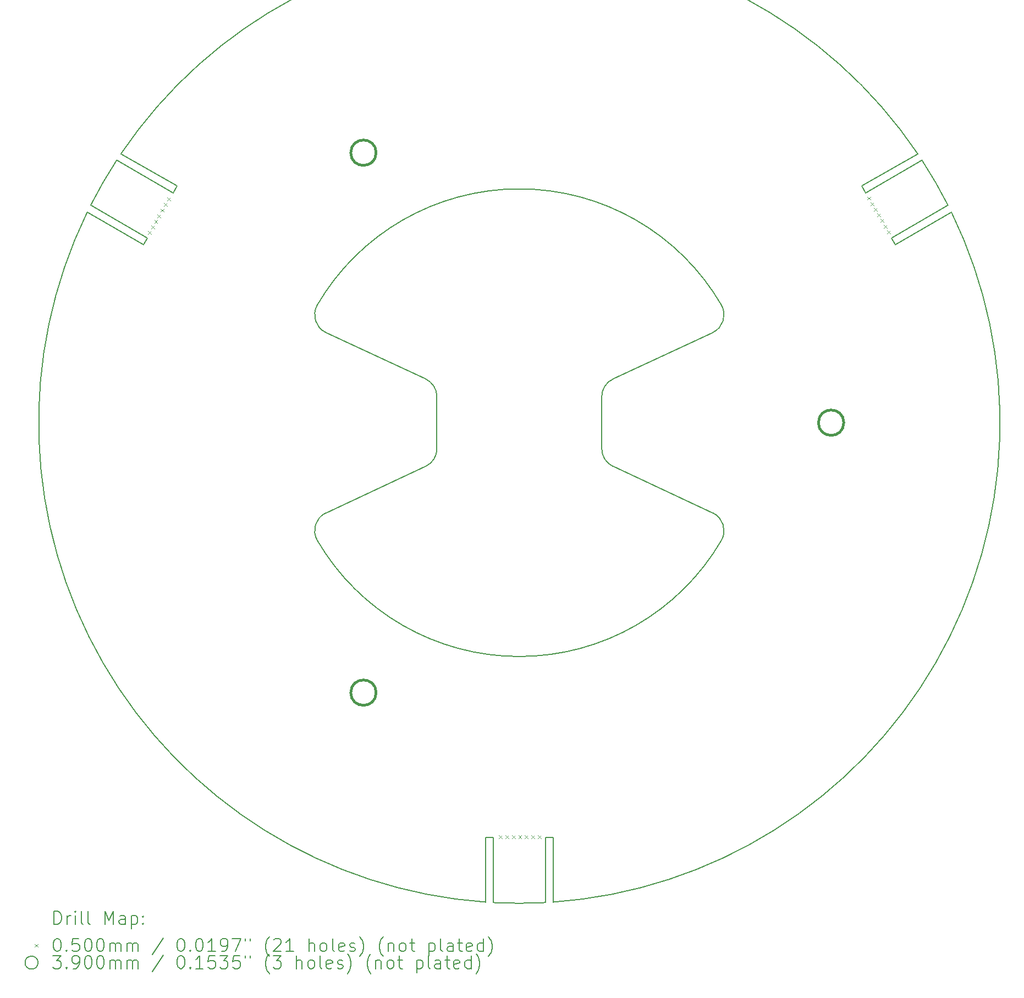
<source format=gbr>
%TF.GenerationSoftware,KiCad,Pcbnew,7.0.1-3b83917a11~171~ubuntu22.04.1*%
%TF.CreationDate,2023-04-05T15:14:04-07:00*%
%TF.ProjectId,dancing_forest,64616e63-696e-4675-9f66-6f726573742e,rev?*%
%TF.SameCoordinates,Original*%
%TF.FileFunction,Drillmap*%
%TF.FilePolarity,Positive*%
%FSLAX45Y45*%
G04 Gerber Fmt 4.5, Leading zero omitted, Abs format (unit mm)*
G04 Created by KiCad (PCBNEW 7.0.1-3b83917a11~171~ubuntu22.04.1) date 2023-04-05 15:14:04*
%MOMM*%
%LPD*%
G01*
G04 APERTURE LIST*
%ADD10C,0.200000*%
%ADD11C,0.050000*%
%ADD12C,0.390000*%
G04 APERTURE END LIST*
D10*
X20400000Y-27389181D02*
X20400000Y-26385000D01*
X23110886Y-18188264D02*
G75*
G03*
X16889114Y-18188264I-3110886J-1811736D01*
G01*
X18731170Y-19599456D02*
G75*
G03*
X18557955Y-19327563I-299990J6D01*
G01*
X21442045Y-19327563D02*
X22978431Y-18611135D01*
X21268831Y-19599456D02*
X21268831Y-20400545D01*
X25789572Y-17257833D02*
X25729572Y-17153910D01*
X26132746Y-15858813D02*
G75*
G03*
X13867254Y-15858813I-6132746J-4141187D01*
G01*
X14270428Y-17153910D02*
X14210428Y-17257833D01*
X14730428Y-16357167D02*
X14670428Y-16461090D01*
X25329572Y-16461090D02*
X25269572Y-16357167D01*
X22978431Y-18611134D02*
G75*
G03*
X23110886Y-18188264I-126791J271894D01*
G01*
X18557955Y-19327563D02*
X17021569Y-18611135D01*
X16889118Y-18188267D02*
G75*
G03*
X17021569Y-18611135I259222J-150983D01*
G01*
X20520000Y-27381707D02*
G75*
G03*
X26652746Y-16759480I-520000J7381707D01*
G01*
X26599219Y-16651819D02*
G75*
G03*
X26199219Y-15958999I-6599219J-3348181D01*
G01*
X13400781Y-16651819D02*
X14270428Y-17153910D01*
X19600000Y-27389181D02*
G75*
G03*
X20400000Y-27389181I400000J7389194D01*
G01*
X18731169Y-19599456D02*
X18731169Y-20400545D01*
X21442045Y-19327562D02*
G75*
G03*
X21268831Y-19599456I126795J-271898D01*
G01*
X14670428Y-16461090D02*
X13800781Y-15958999D01*
X23110882Y-21811733D02*
G75*
G03*
X22978431Y-21388865I-259222J150983D01*
G01*
X13347254Y-16759480D02*
G75*
G03*
X19480000Y-27381707I6652746J-3240520D01*
G01*
X14210428Y-17257833D02*
X13347254Y-16759480D01*
X20520000Y-26385000D02*
X20520000Y-27381707D01*
X26199219Y-15958999D02*
X25329572Y-16461090D01*
X17021569Y-21388866D02*
G75*
G03*
X16889114Y-21811736I126791J-271894D01*
G01*
X26652746Y-16759480D02*
X25789572Y-17257833D01*
X18557955Y-20672438D02*
G75*
G03*
X18731169Y-20400545I-126795J271898D01*
G01*
X21442045Y-20672437D02*
X22978431Y-21388865D01*
X18557955Y-20672437D02*
X17021569Y-21388865D01*
X16889114Y-21811736D02*
G75*
G03*
X23110886Y-21811736I3110886J1811736D01*
G01*
X19480000Y-26385000D02*
X19600000Y-26385000D01*
X25269572Y-16357167D02*
X26132746Y-15858813D01*
X19600000Y-26385000D02*
X19600000Y-27389181D01*
X13800781Y-15958999D02*
G75*
G03*
X13400781Y-16651819I6199219J-4041001D01*
G01*
X25729572Y-17153910D02*
X26599219Y-16651819D01*
X19480000Y-27381707D02*
X19480000Y-26385000D01*
X21268830Y-20400545D02*
G75*
G03*
X21442045Y-20672437I299990J-6D01*
G01*
X13867254Y-15858813D02*
X14730428Y-16357167D01*
X20400000Y-26385000D02*
X20520000Y-26385000D01*
D11*
X14280000Y-17051314D02*
X14330000Y-17101314D01*
X14330000Y-17051314D02*
X14280000Y-17101314D01*
X14330000Y-16964711D02*
X14380000Y-17014711D01*
X14380000Y-16964711D02*
X14330000Y-17014711D01*
X14380000Y-16878109D02*
X14430000Y-16928109D01*
X14430000Y-16878109D02*
X14380000Y-16928109D01*
X14430000Y-16791506D02*
X14480000Y-16841506D01*
X14480000Y-16791506D02*
X14430000Y-16841506D01*
X14480000Y-16704904D02*
X14530000Y-16754904D01*
X14530000Y-16704904D02*
X14480000Y-16754904D01*
X14530000Y-16618301D02*
X14580000Y-16668301D01*
X14580000Y-16618301D02*
X14530000Y-16668301D01*
X14580000Y-16531699D02*
X14630000Y-16581699D01*
X14630000Y-16531699D02*
X14580000Y-16581699D01*
X19685000Y-26355000D02*
X19735000Y-26405000D01*
X19735000Y-26355000D02*
X19685000Y-26405000D01*
X19785000Y-26355000D02*
X19835000Y-26405000D01*
X19835000Y-26355000D02*
X19785000Y-26405000D01*
X19885000Y-26355000D02*
X19935000Y-26405000D01*
X19935000Y-26355000D02*
X19885000Y-26405000D01*
X19985000Y-26355000D02*
X20035000Y-26405000D01*
X20035000Y-26355000D02*
X19985000Y-26405000D01*
X20085000Y-26355000D02*
X20135000Y-26405000D01*
X20135000Y-26355000D02*
X20085000Y-26405000D01*
X20185000Y-26355000D02*
X20235000Y-26405000D01*
X20235000Y-26355000D02*
X20185000Y-26405000D01*
X20285000Y-26355000D02*
X20335000Y-26405000D01*
X20335000Y-26355000D02*
X20285000Y-26405000D01*
X25360000Y-16518686D02*
X25410000Y-16568686D01*
X25410000Y-16518686D02*
X25360000Y-16568686D01*
X25410000Y-16605289D02*
X25460000Y-16655289D01*
X25460000Y-16605289D02*
X25410000Y-16655289D01*
X25460000Y-16691891D02*
X25510000Y-16741891D01*
X25510000Y-16691891D02*
X25460000Y-16741891D01*
X25510000Y-16778494D02*
X25560000Y-16828494D01*
X25560000Y-16778494D02*
X25510000Y-16828494D01*
X25560000Y-16865096D02*
X25610000Y-16915096D01*
X25610000Y-16865096D02*
X25560000Y-16915096D01*
X25610000Y-16951699D02*
X25660000Y-17001699D01*
X25660000Y-16951699D02*
X25610000Y-17001699D01*
X25660000Y-17038301D02*
X25710000Y-17088301D01*
X25710000Y-17038301D02*
X25660000Y-17088301D01*
D12*
X17795000Y-15843100D02*
G75*
G03*
X17795000Y-15843100I-195000J0D01*
G01*
X17795000Y-24156900D02*
G75*
G03*
X17795000Y-24156900I-195000J0D01*
G01*
X24995000Y-20000000D02*
G75*
G03*
X24995000Y-20000000I-195000J0D01*
G01*
D10*
X12837619Y-27722524D02*
X12837619Y-27522524D01*
X12837619Y-27522524D02*
X12885238Y-27522524D01*
X12885238Y-27522524D02*
X12913809Y-27532048D01*
X12913809Y-27532048D02*
X12932857Y-27551095D01*
X12932857Y-27551095D02*
X12942381Y-27570143D01*
X12942381Y-27570143D02*
X12951905Y-27608238D01*
X12951905Y-27608238D02*
X12951905Y-27636809D01*
X12951905Y-27636809D02*
X12942381Y-27674905D01*
X12942381Y-27674905D02*
X12932857Y-27693952D01*
X12932857Y-27693952D02*
X12913809Y-27713000D01*
X12913809Y-27713000D02*
X12885238Y-27722524D01*
X12885238Y-27722524D02*
X12837619Y-27722524D01*
X13037619Y-27722524D02*
X13037619Y-27589190D01*
X13037619Y-27627286D02*
X13047143Y-27608238D01*
X13047143Y-27608238D02*
X13056667Y-27598714D01*
X13056667Y-27598714D02*
X13075714Y-27589190D01*
X13075714Y-27589190D02*
X13094762Y-27589190D01*
X13161428Y-27722524D02*
X13161428Y-27589190D01*
X13161428Y-27522524D02*
X13151905Y-27532048D01*
X13151905Y-27532048D02*
X13161428Y-27541571D01*
X13161428Y-27541571D02*
X13170952Y-27532048D01*
X13170952Y-27532048D02*
X13161428Y-27522524D01*
X13161428Y-27522524D02*
X13161428Y-27541571D01*
X13285238Y-27722524D02*
X13266190Y-27713000D01*
X13266190Y-27713000D02*
X13256667Y-27693952D01*
X13256667Y-27693952D02*
X13256667Y-27522524D01*
X13390000Y-27722524D02*
X13370952Y-27713000D01*
X13370952Y-27713000D02*
X13361428Y-27693952D01*
X13361428Y-27693952D02*
X13361428Y-27522524D01*
X13618571Y-27722524D02*
X13618571Y-27522524D01*
X13618571Y-27522524D02*
X13685238Y-27665381D01*
X13685238Y-27665381D02*
X13751905Y-27522524D01*
X13751905Y-27522524D02*
X13751905Y-27722524D01*
X13932857Y-27722524D02*
X13932857Y-27617762D01*
X13932857Y-27617762D02*
X13923333Y-27598714D01*
X13923333Y-27598714D02*
X13904286Y-27589190D01*
X13904286Y-27589190D02*
X13866190Y-27589190D01*
X13866190Y-27589190D02*
X13847143Y-27598714D01*
X13932857Y-27713000D02*
X13913809Y-27722524D01*
X13913809Y-27722524D02*
X13866190Y-27722524D01*
X13866190Y-27722524D02*
X13847143Y-27713000D01*
X13847143Y-27713000D02*
X13837619Y-27693952D01*
X13837619Y-27693952D02*
X13837619Y-27674905D01*
X13837619Y-27674905D02*
X13847143Y-27655857D01*
X13847143Y-27655857D02*
X13866190Y-27646333D01*
X13866190Y-27646333D02*
X13913809Y-27646333D01*
X13913809Y-27646333D02*
X13932857Y-27636809D01*
X14028095Y-27589190D02*
X14028095Y-27789190D01*
X14028095Y-27598714D02*
X14047143Y-27589190D01*
X14047143Y-27589190D02*
X14085238Y-27589190D01*
X14085238Y-27589190D02*
X14104286Y-27598714D01*
X14104286Y-27598714D02*
X14113809Y-27608238D01*
X14113809Y-27608238D02*
X14123333Y-27627286D01*
X14123333Y-27627286D02*
X14123333Y-27684428D01*
X14123333Y-27684428D02*
X14113809Y-27703476D01*
X14113809Y-27703476D02*
X14104286Y-27713000D01*
X14104286Y-27713000D02*
X14085238Y-27722524D01*
X14085238Y-27722524D02*
X14047143Y-27722524D01*
X14047143Y-27722524D02*
X14028095Y-27713000D01*
X14209048Y-27703476D02*
X14218571Y-27713000D01*
X14218571Y-27713000D02*
X14209048Y-27722524D01*
X14209048Y-27722524D02*
X14199524Y-27713000D01*
X14199524Y-27713000D02*
X14209048Y-27703476D01*
X14209048Y-27703476D02*
X14209048Y-27722524D01*
X14209048Y-27598714D02*
X14218571Y-27608238D01*
X14218571Y-27608238D02*
X14209048Y-27617762D01*
X14209048Y-27617762D02*
X14199524Y-27608238D01*
X14199524Y-27608238D02*
X14209048Y-27598714D01*
X14209048Y-27598714D02*
X14209048Y-27617762D01*
D11*
X12540000Y-28025000D02*
X12590000Y-28075000D01*
X12590000Y-28025000D02*
X12540000Y-28075000D01*
D10*
X12875714Y-27942524D02*
X12894762Y-27942524D01*
X12894762Y-27942524D02*
X12913809Y-27952048D01*
X12913809Y-27952048D02*
X12923333Y-27961571D01*
X12923333Y-27961571D02*
X12932857Y-27980619D01*
X12932857Y-27980619D02*
X12942381Y-28018714D01*
X12942381Y-28018714D02*
X12942381Y-28066333D01*
X12942381Y-28066333D02*
X12932857Y-28104428D01*
X12932857Y-28104428D02*
X12923333Y-28123476D01*
X12923333Y-28123476D02*
X12913809Y-28133000D01*
X12913809Y-28133000D02*
X12894762Y-28142524D01*
X12894762Y-28142524D02*
X12875714Y-28142524D01*
X12875714Y-28142524D02*
X12856667Y-28133000D01*
X12856667Y-28133000D02*
X12847143Y-28123476D01*
X12847143Y-28123476D02*
X12837619Y-28104428D01*
X12837619Y-28104428D02*
X12828095Y-28066333D01*
X12828095Y-28066333D02*
X12828095Y-28018714D01*
X12828095Y-28018714D02*
X12837619Y-27980619D01*
X12837619Y-27980619D02*
X12847143Y-27961571D01*
X12847143Y-27961571D02*
X12856667Y-27952048D01*
X12856667Y-27952048D02*
X12875714Y-27942524D01*
X13028095Y-28123476D02*
X13037619Y-28133000D01*
X13037619Y-28133000D02*
X13028095Y-28142524D01*
X13028095Y-28142524D02*
X13018571Y-28133000D01*
X13018571Y-28133000D02*
X13028095Y-28123476D01*
X13028095Y-28123476D02*
X13028095Y-28142524D01*
X13218571Y-27942524D02*
X13123333Y-27942524D01*
X13123333Y-27942524D02*
X13113809Y-28037762D01*
X13113809Y-28037762D02*
X13123333Y-28028238D01*
X13123333Y-28028238D02*
X13142381Y-28018714D01*
X13142381Y-28018714D02*
X13190000Y-28018714D01*
X13190000Y-28018714D02*
X13209048Y-28028238D01*
X13209048Y-28028238D02*
X13218571Y-28037762D01*
X13218571Y-28037762D02*
X13228095Y-28056809D01*
X13228095Y-28056809D02*
X13228095Y-28104428D01*
X13228095Y-28104428D02*
X13218571Y-28123476D01*
X13218571Y-28123476D02*
X13209048Y-28133000D01*
X13209048Y-28133000D02*
X13190000Y-28142524D01*
X13190000Y-28142524D02*
X13142381Y-28142524D01*
X13142381Y-28142524D02*
X13123333Y-28133000D01*
X13123333Y-28133000D02*
X13113809Y-28123476D01*
X13351905Y-27942524D02*
X13370952Y-27942524D01*
X13370952Y-27942524D02*
X13390000Y-27952048D01*
X13390000Y-27952048D02*
X13399524Y-27961571D01*
X13399524Y-27961571D02*
X13409048Y-27980619D01*
X13409048Y-27980619D02*
X13418571Y-28018714D01*
X13418571Y-28018714D02*
X13418571Y-28066333D01*
X13418571Y-28066333D02*
X13409048Y-28104428D01*
X13409048Y-28104428D02*
X13399524Y-28123476D01*
X13399524Y-28123476D02*
X13390000Y-28133000D01*
X13390000Y-28133000D02*
X13370952Y-28142524D01*
X13370952Y-28142524D02*
X13351905Y-28142524D01*
X13351905Y-28142524D02*
X13332857Y-28133000D01*
X13332857Y-28133000D02*
X13323333Y-28123476D01*
X13323333Y-28123476D02*
X13313809Y-28104428D01*
X13313809Y-28104428D02*
X13304286Y-28066333D01*
X13304286Y-28066333D02*
X13304286Y-28018714D01*
X13304286Y-28018714D02*
X13313809Y-27980619D01*
X13313809Y-27980619D02*
X13323333Y-27961571D01*
X13323333Y-27961571D02*
X13332857Y-27952048D01*
X13332857Y-27952048D02*
X13351905Y-27942524D01*
X13542381Y-27942524D02*
X13561429Y-27942524D01*
X13561429Y-27942524D02*
X13580476Y-27952048D01*
X13580476Y-27952048D02*
X13590000Y-27961571D01*
X13590000Y-27961571D02*
X13599524Y-27980619D01*
X13599524Y-27980619D02*
X13609048Y-28018714D01*
X13609048Y-28018714D02*
X13609048Y-28066333D01*
X13609048Y-28066333D02*
X13599524Y-28104428D01*
X13599524Y-28104428D02*
X13590000Y-28123476D01*
X13590000Y-28123476D02*
X13580476Y-28133000D01*
X13580476Y-28133000D02*
X13561429Y-28142524D01*
X13561429Y-28142524D02*
X13542381Y-28142524D01*
X13542381Y-28142524D02*
X13523333Y-28133000D01*
X13523333Y-28133000D02*
X13513809Y-28123476D01*
X13513809Y-28123476D02*
X13504286Y-28104428D01*
X13504286Y-28104428D02*
X13494762Y-28066333D01*
X13494762Y-28066333D02*
X13494762Y-28018714D01*
X13494762Y-28018714D02*
X13504286Y-27980619D01*
X13504286Y-27980619D02*
X13513809Y-27961571D01*
X13513809Y-27961571D02*
X13523333Y-27952048D01*
X13523333Y-27952048D02*
X13542381Y-27942524D01*
X13694762Y-28142524D02*
X13694762Y-28009190D01*
X13694762Y-28028238D02*
X13704286Y-28018714D01*
X13704286Y-28018714D02*
X13723333Y-28009190D01*
X13723333Y-28009190D02*
X13751905Y-28009190D01*
X13751905Y-28009190D02*
X13770952Y-28018714D01*
X13770952Y-28018714D02*
X13780476Y-28037762D01*
X13780476Y-28037762D02*
X13780476Y-28142524D01*
X13780476Y-28037762D02*
X13790000Y-28018714D01*
X13790000Y-28018714D02*
X13809048Y-28009190D01*
X13809048Y-28009190D02*
X13837619Y-28009190D01*
X13837619Y-28009190D02*
X13856667Y-28018714D01*
X13856667Y-28018714D02*
X13866190Y-28037762D01*
X13866190Y-28037762D02*
X13866190Y-28142524D01*
X13961429Y-28142524D02*
X13961429Y-28009190D01*
X13961429Y-28028238D02*
X13970952Y-28018714D01*
X13970952Y-28018714D02*
X13990000Y-28009190D01*
X13990000Y-28009190D02*
X14018571Y-28009190D01*
X14018571Y-28009190D02*
X14037619Y-28018714D01*
X14037619Y-28018714D02*
X14047143Y-28037762D01*
X14047143Y-28037762D02*
X14047143Y-28142524D01*
X14047143Y-28037762D02*
X14056667Y-28018714D01*
X14056667Y-28018714D02*
X14075714Y-28009190D01*
X14075714Y-28009190D02*
X14104286Y-28009190D01*
X14104286Y-28009190D02*
X14123333Y-28018714D01*
X14123333Y-28018714D02*
X14132857Y-28037762D01*
X14132857Y-28037762D02*
X14132857Y-28142524D01*
X14523333Y-27933000D02*
X14351905Y-28190143D01*
X14780476Y-27942524D02*
X14799524Y-27942524D01*
X14799524Y-27942524D02*
X14818572Y-27952048D01*
X14818572Y-27952048D02*
X14828095Y-27961571D01*
X14828095Y-27961571D02*
X14837619Y-27980619D01*
X14837619Y-27980619D02*
X14847143Y-28018714D01*
X14847143Y-28018714D02*
X14847143Y-28066333D01*
X14847143Y-28066333D02*
X14837619Y-28104428D01*
X14837619Y-28104428D02*
X14828095Y-28123476D01*
X14828095Y-28123476D02*
X14818572Y-28133000D01*
X14818572Y-28133000D02*
X14799524Y-28142524D01*
X14799524Y-28142524D02*
X14780476Y-28142524D01*
X14780476Y-28142524D02*
X14761429Y-28133000D01*
X14761429Y-28133000D02*
X14751905Y-28123476D01*
X14751905Y-28123476D02*
X14742381Y-28104428D01*
X14742381Y-28104428D02*
X14732857Y-28066333D01*
X14732857Y-28066333D02*
X14732857Y-28018714D01*
X14732857Y-28018714D02*
X14742381Y-27980619D01*
X14742381Y-27980619D02*
X14751905Y-27961571D01*
X14751905Y-27961571D02*
X14761429Y-27952048D01*
X14761429Y-27952048D02*
X14780476Y-27942524D01*
X14932857Y-28123476D02*
X14942381Y-28133000D01*
X14942381Y-28133000D02*
X14932857Y-28142524D01*
X14932857Y-28142524D02*
X14923333Y-28133000D01*
X14923333Y-28133000D02*
X14932857Y-28123476D01*
X14932857Y-28123476D02*
X14932857Y-28142524D01*
X15066191Y-27942524D02*
X15085238Y-27942524D01*
X15085238Y-27942524D02*
X15104286Y-27952048D01*
X15104286Y-27952048D02*
X15113810Y-27961571D01*
X15113810Y-27961571D02*
X15123333Y-27980619D01*
X15123333Y-27980619D02*
X15132857Y-28018714D01*
X15132857Y-28018714D02*
X15132857Y-28066333D01*
X15132857Y-28066333D02*
X15123333Y-28104428D01*
X15123333Y-28104428D02*
X15113810Y-28123476D01*
X15113810Y-28123476D02*
X15104286Y-28133000D01*
X15104286Y-28133000D02*
X15085238Y-28142524D01*
X15085238Y-28142524D02*
X15066191Y-28142524D01*
X15066191Y-28142524D02*
X15047143Y-28133000D01*
X15047143Y-28133000D02*
X15037619Y-28123476D01*
X15037619Y-28123476D02*
X15028095Y-28104428D01*
X15028095Y-28104428D02*
X15018572Y-28066333D01*
X15018572Y-28066333D02*
X15018572Y-28018714D01*
X15018572Y-28018714D02*
X15028095Y-27980619D01*
X15028095Y-27980619D02*
X15037619Y-27961571D01*
X15037619Y-27961571D02*
X15047143Y-27952048D01*
X15047143Y-27952048D02*
X15066191Y-27942524D01*
X15323333Y-28142524D02*
X15209048Y-28142524D01*
X15266191Y-28142524D02*
X15266191Y-27942524D01*
X15266191Y-27942524D02*
X15247143Y-27971095D01*
X15247143Y-27971095D02*
X15228095Y-27990143D01*
X15228095Y-27990143D02*
X15209048Y-27999667D01*
X15418572Y-28142524D02*
X15456667Y-28142524D01*
X15456667Y-28142524D02*
X15475714Y-28133000D01*
X15475714Y-28133000D02*
X15485238Y-28123476D01*
X15485238Y-28123476D02*
X15504286Y-28094905D01*
X15504286Y-28094905D02*
X15513810Y-28056809D01*
X15513810Y-28056809D02*
X15513810Y-27980619D01*
X15513810Y-27980619D02*
X15504286Y-27961571D01*
X15504286Y-27961571D02*
X15494762Y-27952048D01*
X15494762Y-27952048D02*
X15475714Y-27942524D01*
X15475714Y-27942524D02*
X15437619Y-27942524D01*
X15437619Y-27942524D02*
X15418572Y-27952048D01*
X15418572Y-27952048D02*
X15409048Y-27961571D01*
X15409048Y-27961571D02*
X15399524Y-27980619D01*
X15399524Y-27980619D02*
X15399524Y-28028238D01*
X15399524Y-28028238D02*
X15409048Y-28047286D01*
X15409048Y-28047286D02*
X15418572Y-28056809D01*
X15418572Y-28056809D02*
X15437619Y-28066333D01*
X15437619Y-28066333D02*
X15475714Y-28066333D01*
X15475714Y-28066333D02*
X15494762Y-28056809D01*
X15494762Y-28056809D02*
X15504286Y-28047286D01*
X15504286Y-28047286D02*
X15513810Y-28028238D01*
X15580476Y-27942524D02*
X15713810Y-27942524D01*
X15713810Y-27942524D02*
X15628095Y-28142524D01*
X15780476Y-27942524D02*
X15780476Y-27980619D01*
X15856667Y-27942524D02*
X15856667Y-27980619D01*
X16151905Y-28218714D02*
X16142381Y-28209190D01*
X16142381Y-28209190D02*
X16123334Y-28180619D01*
X16123334Y-28180619D02*
X16113810Y-28161571D01*
X16113810Y-28161571D02*
X16104286Y-28133000D01*
X16104286Y-28133000D02*
X16094762Y-28085381D01*
X16094762Y-28085381D02*
X16094762Y-28047286D01*
X16094762Y-28047286D02*
X16104286Y-27999667D01*
X16104286Y-27999667D02*
X16113810Y-27971095D01*
X16113810Y-27971095D02*
X16123334Y-27952048D01*
X16123334Y-27952048D02*
X16142381Y-27923476D01*
X16142381Y-27923476D02*
X16151905Y-27913952D01*
X16218572Y-27961571D02*
X16228095Y-27952048D01*
X16228095Y-27952048D02*
X16247143Y-27942524D01*
X16247143Y-27942524D02*
X16294762Y-27942524D01*
X16294762Y-27942524D02*
X16313810Y-27952048D01*
X16313810Y-27952048D02*
X16323334Y-27961571D01*
X16323334Y-27961571D02*
X16332857Y-27980619D01*
X16332857Y-27980619D02*
X16332857Y-27999667D01*
X16332857Y-27999667D02*
X16323334Y-28028238D01*
X16323334Y-28028238D02*
X16209048Y-28142524D01*
X16209048Y-28142524D02*
X16332857Y-28142524D01*
X16523334Y-28142524D02*
X16409048Y-28142524D01*
X16466191Y-28142524D02*
X16466191Y-27942524D01*
X16466191Y-27942524D02*
X16447143Y-27971095D01*
X16447143Y-27971095D02*
X16428095Y-27990143D01*
X16428095Y-27990143D02*
X16409048Y-27999667D01*
X16761429Y-28142524D02*
X16761429Y-27942524D01*
X16847143Y-28142524D02*
X16847143Y-28037762D01*
X16847143Y-28037762D02*
X16837619Y-28018714D01*
X16837619Y-28018714D02*
X16818572Y-28009190D01*
X16818572Y-28009190D02*
X16790000Y-28009190D01*
X16790000Y-28009190D02*
X16770953Y-28018714D01*
X16770953Y-28018714D02*
X16761429Y-28028238D01*
X16970953Y-28142524D02*
X16951905Y-28133000D01*
X16951905Y-28133000D02*
X16942381Y-28123476D01*
X16942381Y-28123476D02*
X16932858Y-28104428D01*
X16932858Y-28104428D02*
X16932858Y-28047286D01*
X16932858Y-28047286D02*
X16942381Y-28028238D01*
X16942381Y-28028238D02*
X16951905Y-28018714D01*
X16951905Y-28018714D02*
X16970953Y-28009190D01*
X16970953Y-28009190D02*
X16999524Y-28009190D01*
X16999524Y-28009190D02*
X17018572Y-28018714D01*
X17018572Y-28018714D02*
X17028096Y-28028238D01*
X17028096Y-28028238D02*
X17037619Y-28047286D01*
X17037619Y-28047286D02*
X17037619Y-28104428D01*
X17037619Y-28104428D02*
X17028096Y-28123476D01*
X17028096Y-28123476D02*
X17018572Y-28133000D01*
X17018572Y-28133000D02*
X16999524Y-28142524D01*
X16999524Y-28142524D02*
X16970953Y-28142524D01*
X17151905Y-28142524D02*
X17132858Y-28133000D01*
X17132858Y-28133000D02*
X17123334Y-28113952D01*
X17123334Y-28113952D02*
X17123334Y-27942524D01*
X17304286Y-28133000D02*
X17285239Y-28142524D01*
X17285239Y-28142524D02*
X17247143Y-28142524D01*
X17247143Y-28142524D02*
X17228096Y-28133000D01*
X17228096Y-28133000D02*
X17218572Y-28113952D01*
X17218572Y-28113952D02*
X17218572Y-28037762D01*
X17218572Y-28037762D02*
X17228096Y-28018714D01*
X17228096Y-28018714D02*
X17247143Y-28009190D01*
X17247143Y-28009190D02*
X17285239Y-28009190D01*
X17285239Y-28009190D02*
X17304286Y-28018714D01*
X17304286Y-28018714D02*
X17313810Y-28037762D01*
X17313810Y-28037762D02*
X17313810Y-28056809D01*
X17313810Y-28056809D02*
X17218572Y-28075857D01*
X17390000Y-28133000D02*
X17409048Y-28142524D01*
X17409048Y-28142524D02*
X17447143Y-28142524D01*
X17447143Y-28142524D02*
X17466191Y-28133000D01*
X17466191Y-28133000D02*
X17475715Y-28113952D01*
X17475715Y-28113952D02*
X17475715Y-28104428D01*
X17475715Y-28104428D02*
X17466191Y-28085381D01*
X17466191Y-28085381D02*
X17447143Y-28075857D01*
X17447143Y-28075857D02*
X17418572Y-28075857D01*
X17418572Y-28075857D02*
X17399524Y-28066333D01*
X17399524Y-28066333D02*
X17390000Y-28047286D01*
X17390000Y-28047286D02*
X17390000Y-28037762D01*
X17390000Y-28037762D02*
X17399524Y-28018714D01*
X17399524Y-28018714D02*
X17418572Y-28009190D01*
X17418572Y-28009190D02*
X17447143Y-28009190D01*
X17447143Y-28009190D02*
X17466191Y-28018714D01*
X17542381Y-28218714D02*
X17551905Y-28209190D01*
X17551905Y-28209190D02*
X17570953Y-28180619D01*
X17570953Y-28180619D02*
X17580477Y-28161571D01*
X17580477Y-28161571D02*
X17590000Y-28133000D01*
X17590000Y-28133000D02*
X17599524Y-28085381D01*
X17599524Y-28085381D02*
X17599524Y-28047286D01*
X17599524Y-28047286D02*
X17590000Y-27999667D01*
X17590000Y-27999667D02*
X17580477Y-27971095D01*
X17580477Y-27971095D02*
X17570953Y-27952048D01*
X17570953Y-27952048D02*
X17551905Y-27923476D01*
X17551905Y-27923476D02*
X17542381Y-27913952D01*
X17904286Y-28218714D02*
X17894762Y-28209190D01*
X17894762Y-28209190D02*
X17875715Y-28180619D01*
X17875715Y-28180619D02*
X17866191Y-28161571D01*
X17866191Y-28161571D02*
X17856667Y-28133000D01*
X17856667Y-28133000D02*
X17847143Y-28085381D01*
X17847143Y-28085381D02*
X17847143Y-28047286D01*
X17847143Y-28047286D02*
X17856667Y-27999667D01*
X17856667Y-27999667D02*
X17866191Y-27971095D01*
X17866191Y-27971095D02*
X17875715Y-27952048D01*
X17875715Y-27952048D02*
X17894762Y-27923476D01*
X17894762Y-27923476D02*
X17904286Y-27913952D01*
X17980477Y-28009190D02*
X17980477Y-28142524D01*
X17980477Y-28028238D02*
X17990000Y-28018714D01*
X17990000Y-28018714D02*
X18009048Y-28009190D01*
X18009048Y-28009190D02*
X18037620Y-28009190D01*
X18037620Y-28009190D02*
X18056667Y-28018714D01*
X18056667Y-28018714D02*
X18066191Y-28037762D01*
X18066191Y-28037762D02*
X18066191Y-28142524D01*
X18190000Y-28142524D02*
X18170953Y-28133000D01*
X18170953Y-28133000D02*
X18161429Y-28123476D01*
X18161429Y-28123476D02*
X18151905Y-28104428D01*
X18151905Y-28104428D02*
X18151905Y-28047286D01*
X18151905Y-28047286D02*
X18161429Y-28028238D01*
X18161429Y-28028238D02*
X18170953Y-28018714D01*
X18170953Y-28018714D02*
X18190000Y-28009190D01*
X18190000Y-28009190D02*
X18218572Y-28009190D01*
X18218572Y-28009190D02*
X18237620Y-28018714D01*
X18237620Y-28018714D02*
X18247143Y-28028238D01*
X18247143Y-28028238D02*
X18256667Y-28047286D01*
X18256667Y-28047286D02*
X18256667Y-28104428D01*
X18256667Y-28104428D02*
X18247143Y-28123476D01*
X18247143Y-28123476D02*
X18237620Y-28133000D01*
X18237620Y-28133000D02*
X18218572Y-28142524D01*
X18218572Y-28142524D02*
X18190000Y-28142524D01*
X18313810Y-28009190D02*
X18390000Y-28009190D01*
X18342381Y-27942524D02*
X18342381Y-28113952D01*
X18342381Y-28113952D02*
X18351905Y-28133000D01*
X18351905Y-28133000D02*
X18370953Y-28142524D01*
X18370953Y-28142524D02*
X18390000Y-28142524D01*
X18609048Y-28009190D02*
X18609048Y-28209190D01*
X18609048Y-28018714D02*
X18628096Y-28009190D01*
X18628096Y-28009190D02*
X18666191Y-28009190D01*
X18666191Y-28009190D02*
X18685239Y-28018714D01*
X18685239Y-28018714D02*
X18694762Y-28028238D01*
X18694762Y-28028238D02*
X18704286Y-28047286D01*
X18704286Y-28047286D02*
X18704286Y-28104428D01*
X18704286Y-28104428D02*
X18694762Y-28123476D01*
X18694762Y-28123476D02*
X18685239Y-28133000D01*
X18685239Y-28133000D02*
X18666191Y-28142524D01*
X18666191Y-28142524D02*
X18628096Y-28142524D01*
X18628096Y-28142524D02*
X18609048Y-28133000D01*
X18818572Y-28142524D02*
X18799524Y-28133000D01*
X18799524Y-28133000D02*
X18790001Y-28113952D01*
X18790001Y-28113952D02*
X18790001Y-27942524D01*
X18980477Y-28142524D02*
X18980477Y-28037762D01*
X18980477Y-28037762D02*
X18970953Y-28018714D01*
X18970953Y-28018714D02*
X18951905Y-28009190D01*
X18951905Y-28009190D02*
X18913810Y-28009190D01*
X18913810Y-28009190D02*
X18894762Y-28018714D01*
X18980477Y-28133000D02*
X18961429Y-28142524D01*
X18961429Y-28142524D02*
X18913810Y-28142524D01*
X18913810Y-28142524D02*
X18894762Y-28133000D01*
X18894762Y-28133000D02*
X18885239Y-28113952D01*
X18885239Y-28113952D02*
X18885239Y-28094905D01*
X18885239Y-28094905D02*
X18894762Y-28075857D01*
X18894762Y-28075857D02*
X18913810Y-28066333D01*
X18913810Y-28066333D02*
X18961429Y-28066333D01*
X18961429Y-28066333D02*
X18980477Y-28056809D01*
X19047143Y-28009190D02*
X19123334Y-28009190D01*
X19075715Y-27942524D02*
X19075715Y-28113952D01*
X19075715Y-28113952D02*
X19085239Y-28133000D01*
X19085239Y-28133000D02*
X19104286Y-28142524D01*
X19104286Y-28142524D02*
X19123334Y-28142524D01*
X19266191Y-28133000D02*
X19247143Y-28142524D01*
X19247143Y-28142524D02*
X19209048Y-28142524D01*
X19209048Y-28142524D02*
X19190001Y-28133000D01*
X19190001Y-28133000D02*
X19180477Y-28113952D01*
X19180477Y-28113952D02*
X19180477Y-28037762D01*
X19180477Y-28037762D02*
X19190001Y-28018714D01*
X19190001Y-28018714D02*
X19209048Y-28009190D01*
X19209048Y-28009190D02*
X19247143Y-28009190D01*
X19247143Y-28009190D02*
X19266191Y-28018714D01*
X19266191Y-28018714D02*
X19275715Y-28037762D01*
X19275715Y-28037762D02*
X19275715Y-28056809D01*
X19275715Y-28056809D02*
X19180477Y-28075857D01*
X19447143Y-28142524D02*
X19447143Y-27942524D01*
X19447143Y-28133000D02*
X19428096Y-28142524D01*
X19428096Y-28142524D02*
X19390001Y-28142524D01*
X19390001Y-28142524D02*
X19370953Y-28133000D01*
X19370953Y-28133000D02*
X19361429Y-28123476D01*
X19361429Y-28123476D02*
X19351905Y-28104428D01*
X19351905Y-28104428D02*
X19351905Y-28047286D01*
X19351905Y-28047286D02*
X19361429Y-28028238D01*
X19361429Y-28028238D02*
X19370953Y-28018714D01*
X19370953Y-28018714D02*
X19390001Y-28009190D01*
X19390001Y-28009190D02*
X19428096Y-28009190D01*
X19428096Y-28009190D02*
X19447143Y-28018714D01*
X19523334Y-28218714D02*
X19532858Y-28209190D01*
X19532858Y-28209190D02*
X19551905Y-28180619D01*
X19551905Y-28180619D02*
X19561429Y-28161571D01*
X19561429Y-28161571D02*
X19570953Y-28133000D01*
X19570953Y-28133000D02*
X19580477Y-28085381D01*
X19580477Y-28085381D02*
X19580477Y-28047286D01*
X19580477Y-28047286D02*
X19570953Y-27999667D01*
X19570953Y-27999667D02*
X19561429Y-27971095D01*
X19561429Y-27971095D02*
X19551905Y-27952048D01*
X19551905Y-27952048D02*
X19532858Y-27923476D01*
X19532858Y-27923476D02*
X19523334Y-27913952D01*
X12590000Y-28314000D02*
G75*
G03*
X12590000Y-28314000I-100000J0D01*
G01*
X12818571Y-28206524D02*
X12942381Y-28206524D01*
X12942381Y-28206524D02*
X12875714Y-28282714D01*
X12875714Y-28282714D02*
X12904286Y-28282714D01*
X12904286Y-28282714D02*
X12923333Y-28292238D01*
X12923333Y-28292238D02*
X12932857Y-28301762D01*
X12932857Y-28301762D02*
X12942381Y-28320809D01*
X12942381Y-28320809D02*
X12942381Y-28368428D01*
X12942381Y-28368428D02*
X12932857Y-28387476D01*
X12932857Y-28387476D02*
X12923333Y-28397000D01*
X12923333Y-28397000D02*
X12904286Y-28406524D01*
X12904286Y-28406524D02*
X12847143Y-28406524D01*
X12847143Y-28406524D02*
X12828095Y-28397000D01*
X12828095Y-28397000D02*
X12818571Y-28387476D01*
X13028095Y-28387476D02*
X13037619Y-28397000D01*
X13037619Y-28397000D02*
X13028095Y-28406524D01*
X13028095Y-28406524D02*
X13018571Y-28397000D01*
X13018571Y-28397000D02*
X13028095Y-28387476D01*
X13028095Y-28387476D02*
X13028095Y-28406524D01*
X13132857Y-28406524D02*
X13170952Y-28406524D01*
X13170952Y-28406524D02*
X13190000Y-28397000D01*
X13190000Y-28397000D02*
X13199524Y-28387476D01*
X13199524Y-28387476D02*
X13218571Y-28358905D01*
X13218571Y-28358905D02*
X13228095Y-28320809D01*
X13228095Y-28320809D02*
X13228095Y-28244619D01*
X13228095Y-28244619D02*
X13218571Y-28225571D01*
X13218571Y-28225571D02*
X13209048Y-28216048D01*
X13209048Y-28216048D02*
X13190000Y-28206524D01*
X13190000Y-28206524D02*
X13151905Y-28206524D01*
X13151905Y-28206524D02*
X13132857Y-28216048D01*
X13132857Y-28216048D02*
X13123333Y-28225571D01*
X13123333Y-28225571D02*
X13113809Y-28244619D01*
X13113809Y-28244619D02*
X13113809Y-28292238D01*
X13113809Y-28292238D02*
X13123333Y-28311286D01*
X13123333Y-28311286D02*
X13132857Y-28320809D01*
X13132857Y-28320809D02*
X13151905Y-28330333D01*
X13151905Y-28330333D02*
X13190000Y-28330333D01*
X13190000Y-28330333D02*
X13209048Y-28320809D01*
X13209048Y-28320809D02*
X13218571Y-28311286D01*
X13218571Y-28311286D02*
X13228095Y-28292238D01*
X13351905Y-28206524D02*
X13370952Y-28206524D01*
X13370952Y-28206524D02*
X13390000Y-28216048D01*
X13390000Y-28216048D02*
X13399524Y-28225571D01*
X13399524Y-28225571D02*
X13409048Y-28244619D01*
X13409048Y-28244619D02*
X13418571Y-28282714D01*
X13418571Y-28282714D02*
X13418571Y-28330333D01*
X13418571Y-28330333D02*
X13409048Y-28368428D01*
X13409048Y-28368428D02*
X13399524Y-28387476D01*
X13399524Y-28387476D02*
X13390000Y-28397000D01*
X13390000Y-28397000D02*
X13370952Y-28406524D01*
X13370952Y-28406524D02*
X13351905Y-28406524D01*
X13351905Y-28406524D02*
X13332857Y-28397000D01*
X13332857Y-28397000D02*
X13323333Y-28387476D01*
X13323333Y-28387476D02*
X13313809Y-28368428D01*
X13313809Y-28368428D02*
X13304286Y-28330333D01*
X13304286Y-28330333D02*
X13304286Y-28282714D01*
X13304286Y-28282714D02*
X13313809Y-28244619D01*
X13313809Y-28244619D02*
X13323333Y-28225571D01*
X13323333Y-28225571D02*
X13332857Y-28216048D01*
X13332857Y-28216048D02*
X13351905Y-28206524D01*
X13542381Y-28206524D02*
X13561429Y-28206524D01*
X13561429Y-28206524D02*
X13580476Y-28216048D01*
X13580476Y-28216048D02*
X13590000Y-28225571D01*
X13590000Y-28225571D02*
X13599524Y-28244619D01*
X13599524Y-28244619D02*
X13609048Y-28282714D01*
X13609048Y-28282714D02*
X13609048Y-28330333D01*
X13609048Y-28330333D02*
X13599524Y-28368428D01*
X13599524Y-28368428D02*
X13590000Y-28387476D01*
X13590000Y-28387476D02*
X13580476Y-28397000D01*
X13580476Y-28397000D02*
X13561429Y-28406524D01*
X13561429Y-28406524D02*
X13542381Y-28406524D01*
X13542381Y-28406524D02*
X13523333Y-28397000D01*
X13523333Y-28397000D02*
X13513809Y-28387476D01*
X13513809Y-28387476D02*
X13504286Y-28368428D01*
X13504286Y-28368428D02*
X13494762Y-28330333D01*
X13494762Y-28330333D02*
X13494762Y-28282714D01*
X13494762Y-28282714D02*
X13504286Y-28244619D01*
X13504286Y-28244619D02*
X13513809Y-28225571D01*
X13513809Y-28225571D02*
X13523333Y-28216048D01*
X13523333Y-28216048D02*
X13542381Y-28206524D01*
X13694762Y-28406524D02*
X13694762Y-28273190D01*
X13694762Y-28292238D02*
X13704286Y-28282714D01*
X13704286Y-28282714D02*
X13723333Y-28273190D01*
X13723333Y-28273190D02*
X13751905Y-28273190D01*
X13751905Y-28273190D02*
X13770952Y-28282714D01*
X13770952Y-28282714D02*
X13780476Y-28301762D01*
X13780476Y-28301762D02*
X13780476Y-28406524D01*
X13780476Y-28301762D02*
X13790000Y-28282714D01*
X13790000Y-28282714D02*
X13809048Y-28273190D01*
X13809048Y-28273190D02*
X13837619Y-28273190D01*
X13837619Y-28273190D02*
X13856667Y-28282714D01*
X13856667Y-28282714D02*
X13866190Y-28301762D01*
X13866190Y-28301762D02*
X13866190Y-28406524D01*
X13961429Y-28406524D02*
X13961429Y-28273190D01*
X13961429Y-28292238D02*
X13970952Y-28282714D01*
X13970952Y-28282714D02*
X13990000Y-28273190D01*
X13990000Y-28273190D02*
X14018571Y-28273190D01*
X14018571Y-28273190D02*
X14037619Y-28282714D01*
X14037619Y-28282714D02*
X14047143Y-28301762D01*
X14047143Y-28301762D02*
X14047143Y-28406524D01*
X14047143Y-28301762D02*
X14056667Y-28282714D01*
X14056667Y-28282714D02*
X14075714Y-28273190D01*
X14075714Y-28273190D02*
X14104286Y-28273190D01*
X14104286Y-28273190D02*
X14123333Y-28282714D01*
X14123333Y-28282714D02*
X14132857Y-28301762D01*
X14132857Y-28301762D02*
X14132857Y-28406524D01*
X14523333Y-28197000D02*
X14351905Y-28454143D01*
X14780476Y-28206524D02*
X14799524Y-28206524D01*
X14799524Y-28206524D02*
X14818572Y-28216048D01*
X14818572Y-28216048D02*
X14828095Y-28225571D01*
X14828095Y-28225571D02*
X14837619Y-28244619D01*
X14837619Y-28244619D02*
X14847143Y-28282714D01*
X14847143Y-28282714D02*
X14847143Y-28330333D01*
X14847143Y-28330333D02*
X14837619Y-28368428D01*
X14837619Y-28368428D02*
X14828095Y-28387476D01*
X14828095Y-28387476D02*
X14818572Y-28397000D01*
X14818572Y-28397000D02*
X14799524Y-28406524D01*
X14799524Y-28406524D02*
X14780476Y-28406524D01*
X14780476Y-28406524D02*
X14761429Y-28397000D01*
X14761429Y-28397000D02*
X14751905Y-28387476D01*
X14751905Y-28387476D02*
X14742381Y-28368428D01*
X14742381Y-28368428D02*
X14732857Y-28330333D01*
X14732857Y-28330333D02*
X14732857Y-28282714D01*
X14732857Y-28282714D02*
X14742381Y-28244619D01*
X14742381Y-28244619D02*
X14751905Y-28225571D01*
X14751905Y-28225571D02*
X14761429Y-28216048D01*
X14761429Y-28216048D02*
X14780476Y-28206524D01*
X14932857Y-28387476D02*
X14942381Y-28397000D01*
X14942381Y-28397000D02*
X14932857Y-28406524D01*
X14932857Y-28406524D02*
X14923333Y-28397000D01*
X14923333Y-28397000D02*
X14932857Y-28387476D01*
X14932857Y-28387476D02*
X14932857Y-28406524D01*
X15132857Y-28406524D02*
X15018572Y-28406524D01*
X15075714Y-28406524D02*
X15075714Y-28206524D01*
X15075714Y-28206524D02*
X15056667Y-28235095D01*
X15056667Y-28235095D02*
X15037619Y-28254143D01*
X15037619Y-28254143D02*
X15018572Y-28263667D01*
X15313810Y-28206524D02*
X15218572Y-28206524D01*
X15218572Y-28206524D02*
X15209048Y-28301762D01*
X15209048Y-28301762D02*
X15218572Y-28292238D01*
X15218572Y-28292238D02*
X15237619Y-28282714D01*
X15237619Y-28282714D02*
X15285238Y-28282714D01*
X15285238Y-28282714D02*
X15304286Y-28292238D01*
X15304286Y-28292238D02*
X15313810Y-28301762D01*
X15313810Y-28301762D02*
X15323333Y-28320809D01*
X15323333Y-28320809D02*
X15323333Y-28368428D01*
X15323333Y-28368428D02*
X15313810Y-28387476D01*
X15313810Y-28387476D02*
X15304286Y-28397000D01*
X15304286Y-28397000D02*
X15285238Y-28406524D01*
X15285238Y-28406524D02*
X15237619Y-28406524D01*
X15237619Y-28406524D02*
X15218572Y-28397000D01*
X15218572Y-28397000D02*
X15209048Y-28387476D01*
X15390000Y-28206524D02*
X15513810Y-28206524D01*
X15513810Y-28206524D02*
X15447143Y-28282714D01*
X15447143Y-28282714D02*
X15475714Y-28282714D01*
X15475714Y-28282714D02*
X15494762Y-28292238D01*
X15494762Y-28292238D02*
X15504286Y-28301762D01*
X15504286Y-28301762D02*
X15513810Y-28320809D01*
X15513810Y-28320809D02*
X15513810Y-28368428D01*
X15513810Y-28368428D02*
X15504286Y-28387476D01*
X15504286Y-28387476D02*
X15494762Y-28397000D01*
X15494762Y-28397000D02*
X15475714Y-28406524D01*
X15475714Y-28406524D02*
X15418572Y-28406524D01*
X15418572Y-28406524D02*
X15399524Y-28397000D01*
X15399524Y-28397000D02*
X15390000Y-28387476D01*
X15694762Y-28206524D02*
X15599524Y-28206524D01*
X15599524Y-28206524D02*
X15590000Y-28301762D01*
X15590000Y-28301762D02*
X15599524Y-28292238D01*
X15599524Y-28292238D02*
X15618572Y-28282714D01*
X15618572Y-28282714D02*
X15666191Y-28282714D01*
X15666191Y-28282714D02*
X15685238Y-28292238D01*
X15685238Y-28292238D02*
X15694762Y-28301762D01*
X15694762Y-28301762D02*
X15704286Y-28320809D01*
X15704286Y-28320809D02*
X15704286Y-28368428D01*
X15704286Y-28368428D02*
X15694762Y-28387476D01*
X15694762Y-28387476D02*
X15685238Y-28397000D01*
X15685238Y-28397000D02*
X15666191Y-28406524D01*
X15666191Y-28406524D02*
X15618572Y-28406524D01*
X15618572Y-28406524D02*
X15599524Y-28397000D01*
X15599524Y-28397000D02*
X15590000Y-28387476D01*
X15780476Y-28206524D02*
X15780476Y-28244619D01*
X15856667Y-28206524D02*
X15856667Y-28244619D01*
X16151905Y-28482714D02*
X16142381Y-28473190D01*
X16142381Y-28473190D02*
X16123334Y-28444619D01*
X16123334Y-28444619D02*
X16113810Y-28425571D01*
X16113810Y-28425571D02*
X16104286Y-28397000D01*
X16104286Y-28397000D02*
X16094762Y-28349381D01*
X16094762Y-28349381D02*
X16094762Y-28311286D01*
X16094762Y-28311286D02*
X16104286Y-28263667D01*
X16104286Y-28263667D02*
X16113810Y-28235095D01*
X16113810Y-28235095D02*
X16123334Y-28216048D01*
X16123334Y-28216048D02*
X16142381Y-28187476D01*
X16142381Y-28187476D02*
X16151905Y-28177952D01*
X16209048Y-28206524D02*
X16332857Y-28206524D01*
X16332857Y-28206524D02*
X16266191Y-28282714D01*
X16266191Y-28282714D02*
X16294762Y-28282714D01*
X16294762Y-28282714D02*
X16313810Y-28292238D01*
X16313810Y-28292238D02*
X16323334Y-28301762D01*
X16323334Y-28301762D02*
X16332857Y-28320809D01*
X16332857Y-28320809D02*
X16332857Y-28368428D01*
X16332857Y-28368428D02*
X16323334Y-28387476D01*
X16323334Y-28387476D02*
X16313810Y-28397000D01*
X16313810Y-28397000D02*
X16294762Y-28406524D01*
X16294762Y-28406524D02*
X16237619Y-28406524D01*
X16237619Y-28406524D02*
X16218572Y-28397000D01*
X16218572Y-28397000D02*
X16209048Y-28387476D01*
X16570953Y-28406524D02*
X16570953Y-28206524D01*
X16656667Y-28406524D02*
X16656667Y-28301762D01*
X16656667Y-28301762D02*
X16647143Y-28282714D01*
X16647143Y-28282714D02*
X16628096Y-28273190D01*
X16628096Y-28273190D02*
X16599524Y-28273190D01*
X16599524Y-28273190D02*
X16580476Y-28282714D01*
X16580476Y-28282714D02*
X16570953Y-28292238D01*
X16780477Y-28406524D02*
X16761429Y-28397000D01*
X16761429Y-28397000D02*
X16751905Y-28387476D01*
X16751905Y-28387476D02*
X16742381Y-28368428D01*
X16742381Y-28368428D02*
X16742381Y-28311286D01*
X16742381Y-28311286D02*
X16751905Y-28292238D01*
X16751905Y-28292238D02*
X16761429Y-28282714D01*
X16761429Y-28282714D02*
X16780477Y-28273190D01*
X16780477Y-28273190D02*
X16809048Y-28273190D01*
X16809048Y-28273190D02*
X16828096Y-28282714D01*
X16828096Y-28282714D02*
X16837619Y-28292238D01*
X16837619Y-28292238D02*
X16847143Y-28311286D01*
X16847143Y-28311286D02*
X16847143Y-28368428D01*
X16847143Y-28368428D02*
X16837619Y-28387476D01*
X16837619Y-28387476D02*
X16828096Y-28397000D01*
X16828096Y-28397000D02*
X16809048Y-28406524D01*
X16809048Y-28406524D02*
X16780477Y-28406524D01*
X16961429Y-28406524D02*
X16942381Y-28397000D01*
X16942381Y-28397000D02*
X16932858Y-28377952D01*
X16932858Y-28377952D02*
X16932858Y-28206524D01*
X17113810Y-28397000D02*
X17094762Y-28406524D01*
X17094762Y-28406524D02*
X17056667Y-28406524D01*
X17056667Y-28406524D02*
X17037619Y-28397000D01*
X17037619Y-28397000D02*
X17028096Y-28377952D01*
X17028096Y-28377952D02*
X17028096Y-28301762D01*
X17028096Y-28301762D02*
X17037619Y-28282714D01*
X17037619Y-28282714D02*
X17056667Y-28273190D01*
X17056667Y-28273190D02*
X17094762Y-28273190D01*
X17094762Y-28273190D02*
X17113810Y-28282714D01*
X17113810Y-28282714D02*
X17123334Y-28301762D01*
X17123334Y-28301762D02*
X17123334Y-28320809D01*
X17123334Y-28320809D02*
X17028096Y-28339857D01*
X17199524Y-28397000D02*
X17218572Y-28406524D01*
X17218572Y-28406524D02*
X17256667Y-28406524D01*
X17256667Y-28406524D02*
X17275715Y-28397000D01*
X17275715Y-28397000D02*
X17285239Y-28377952D01*
X17285239Y-28377952D02*
X17285239Y-28368428D01*
X17285239Y-28368428D02*
X17275715Y-28349381D01*
X17275715Y-28349381D02*
X17256667Y-28339857D01*
X17256667Y-28339857D02*
X17228096Y-28339857D01*
X17228096Y-28339857D02*
X17209048Y-28330333D01*
X17209048Y-28330333D02*
X17199524Y-28311286D01*
X17199524Y-28311286D02*
X17199524Y-28301762D01*
X17199524Y-28301762D02*
X17209048Y-28282714D01*
X17209048Y-28282714D02*
X17228096Y-28273190D01*
X17228096Y-28273190D02*
X17256667Y-28273190D01*
X17256667Y-28273190D02*
X17275715Y-28282714D01*
X17351905Y-28482714D02*
X17361429Y-28473190D01*
X17361429Y-28473190D02*
X17380477Y-28444619D01*
X17380477Y-28444619D02*
X17390000Y-28425571D01*
X17390000Y-28425571D02*
X17399524Y-28397000D01*
X17399524Y-28397000D02*
X17409048Y-28349381D01*
X17409048Y-28349381D02*
X17409048Y-28311286D01*
X17409048Y-28311286D02*
X17399524Y-28263667D01*
X17399524Y-28263667D02*
X17390000Y-28235095D01*
X17390000Y-28235095D02*
X17380477Y-28216048D01*
X17380477Y-28216048D02*
X17361429Y-28187476D01*
X17361429Y-28187476D02*
X17351905Y-28177952D01*
X17713810Y-28482714D02*
X17704286Y-28473190D01*
X17704286Y-28473190D02*
X17685239Y-28444619D01*
X17685239Y-28444619D02*
X17675715Y-28425571D01*
X17675715Y-28425571D02*
X17666191Y-28397000D01*
X17666191Y-28397000D02*
X17656667Y-28349381D01*
X17656667Y-28349381D02*
X17656667Y-28311286D01*
X17656667Y-28311286D02*
X17666191Y-28263667D01*
X17666191Y-28263667D02*
X17675715Y-28235095D01*
X17675715Y-28235095D02*
X17685239Y-28216048D01*
X17685239Y-28216048D02*
X17704286Y-28187476D01*
X17704286Y-28187476D02*
X17713810Y-28177952D01*
X17790000Y-28273190D02*
X17790000Y-28406524D01*
X17790000Y-28292238D02*
X17799524Y-28282714D01*
X17799524Y-28282714D02*
X17818572Y-28273190D01*
X17818572Y-28273190D02*
X17847143Y-28273190D01*
X17847143Y-28273190D02*
X17866191Y-28282714D01*
X17866191Y-28282714D02*
X17875715Y-28301762D01*
X17875715Y-28301762D02*
X17875715Y-28406524D01*
X17999524Y-28406524D02*
X17980477Y-28397000D01*
X17980477Y-28397000D02*
X17970953Y-28387476D01*
X17970953Y-28387476D02*
X17961429Y-28368428D01*
X17961429Y-28368428D02*
X17961429Y-28311286D01*
X17961429Y-28311286D02*
X17970953Y-28292238D01*
X17970953Y-28292238D02*
X17980477Y-28282714D01*
X17980477Y-28282714D02*
X17999524Y-28273190D01*
X17999524Y-28273190D02*
X18028096Y-28273190D01*
X18028096Y-28273190D02*
X18047143Y-28282714D01*
X18047143Y-28282714D02*
X18056667Y-28292238D01*
X18056667Y-28292238D02*
X18066191Y-28311286D01*
X18066191Y-28311286D02*
X18066191Y-28368428D01*
X18066191Y-28368428D02*
X18056667Y-28387476D01*
X18056667Y-28387476D02*
X18047143Y-28397000D01*
X18047143Y-28397000D02*
X18028096Y-28406524D01*
X18028096Y-28406524D02*
X17999524Y-28406524D01*
X18123334Y-28273190D02*
X18199524Y-28273190D01*
X18151905Y-28206524D02*
X18151905Y-28377952D01*
X18151905Y-28377952D02*
X18161429Y-28397000D01*
X18161429Y-28397000D02*
X18180477Y-28406524D01*
X18180477Y-28406524D02*
X18199524Y-28406524D01*
X18418572Y-28273190D02*
X18418572Y-28473190D01*
X18418572Y-28282714D02*
X18437620Y-28273190D01*
X18437620Y-28273190D02*
X18475715Y-28273190D01*
X18475715Y-28273190D02*
X18494762Y-28282714D01*
X18494762Y-28282714D02*
X18504286Y-28292238D01*
X18504286Y-28292238D02*
X18513810Y-28311286D01*
X18513810Y-28311286D02*
X18513810Y-28368428D01*
X18513810Y-28368428D02*
X18504286Y-28387476D01*
X18504286Y-28387476D02*
X18494762Y-28397000D01*
X18494762Y-28397000D02*
X18475715Y-28406524D01*
X18475715Y-28406524D02*
X18437620Y-28406524D01*
X18437620Y-28406524D02*
X18418572Y-28397000D01*
X18628096Y-28406524D02*
X18609048Y-28397000D01*
X18609048Y-28397000D02*
X18599524Y-28377952D01*
X18599524Y-28377952D02*
X18599524Y-28206524D01*
X18790001Y-28406524D02*
X18790001Y-28301762D01*
X18790001Y-28301762D02*
X18780477Y-28282714D01*
X18780477Y-28282714D02*
X18761429Y-28273190D01*
X18761429Y-28273190D02*
X18723334Y-28273190D01*
X18723334Y-28273190D02*
X18704286Y-28282714D01*
X18790001Y-28397000D02*
X18770953Y-28406524D01*
X18770953Y-28406524D02*
X18723334Y-28406524D01*
X18723334Y-28406524D02*
X18704286Y-28397000D01*
X18704286Y-28397000D02*
X18694762Y-28377952D01*
X18694762Y-28377952D02*
X18694762Y-28358905D01*
X18694762Y-28358905D02*
X18704286Y-28339857D01*
X18704286Y-28339857D02*
X18723334Y-28330333D01*
X18723334Y-28330333D02*
X18770953Y-28330333D01*
X18770953Y-28330333D02*
X18790001Y-28320809D01*
X18856667Y-28273190D02*
X18932858Y-28273190D01*
X18885239Y-28206524D02*
X18885239Y-28377952D01*
X18885239Y-28377952D02*
X18894762Y-28397000D01*
X18894762Y-28397000D02*
X18913810Y-28406524D01*
X18913810Y-28406524D02*
X18932858Y-28406524D01*
X19075715Y-28397000D02*
X19056667Y-28406524D01*
X19056667Y-28406524D02*
X19018572Y-28406524D01*
X19018572Y-28406524D02*
X18999524Y-28397000D01*
X18999524Y-28397000D02*
X18990001Y-28377952D01*
X18990001Y-28377952D02*
X18990001Y-28301762D01*
X18990001Y-28301762D02*
X18999524Y-28282714D01*
X18999524Y-28282714D02*
X19018572Y-28273190D01*
X19018572Y-28273190D02*
X19056667Y-28273190D01*
X19056667Y-28273190D02*
X19075715Y-28282714D01*
X19075715Y-28282714D02*
X19085239Y-28301762D01*
X19085239Y-28301762D02*
X19085239Y-28320809D01*
X19085239Y-28320809D02*
X18990001Y-28339857D01*
X19256667Y-28406524D02*
X19256667Y-28206524D01*
X19256667Y-28397000D02*
X19237620Y-28406524D01*
X19237620Y-28406524D02*
X19199524Y-28406524D01*
X19199524Y-28406524D02*
X19180477Y-28397000D01*
X19180477Y-28397000D02*
X19170953Y-28387476D01*
X19170953Y-28387476D02*
X19161429Y-28368428D01*
X19161429Y-28368428D02*
X19161429Y-28311286D01*
X19161429Y-28311286D02*
X19170953Y-28292238D01*
X19170953Y-28292238D02*
X19180477Y-28282714D01*
X19180477Y-28282714D02*
X19199524Y-28273190D01*
X19199524Y-28273190D02*
X19237620Y-28273190D01*
X19237620Y-28273190D02*
X19256667Y-28282714D01*
X19332858Y-28482714D02*
X19342382Y-28473190D01*
X19342382Y-28473190D02*
X19361429Y-28444619D01*
X19361429Y-28444619D02*
X19370953Y-28425571D01*
X19370953Y-28425571D02*
X19380477Y-28397000D01*
X19380477Y-28397000D02*
X19390001Y-28349381D01*
X19390001Y-28349381D02*
X19390001Y-28311286D01*
X19390001Y-28311286D02*
X19380477Y-28263667D01*
X19380477Y-28263667D02*
X19370953Y-28235095D01*
X19370953Y-28235095D02*
X19361429Y-28216048D01*
X19361429Y-28216048D02*
X19342382Y-28187476D01*
X19342382Y-28187476D02*
X19332858Y-28177952D01*
M02*

</source>
